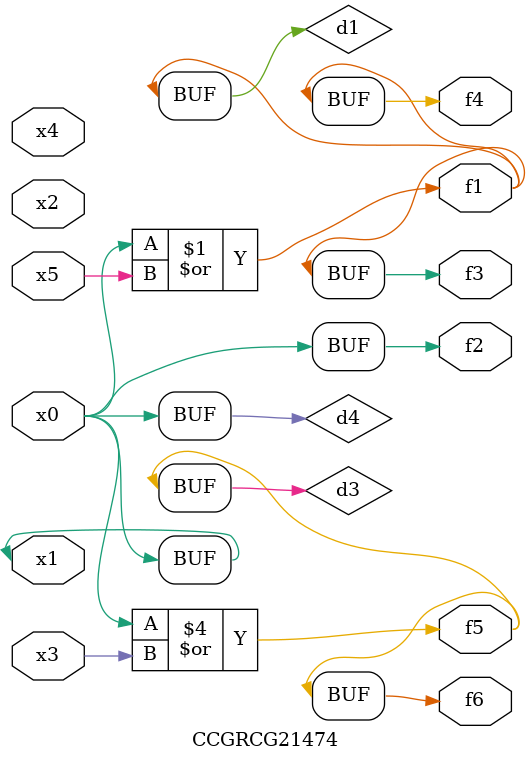
<source format=v>
module CCGRCG21474(
	input x0, x1, x2, x3, x4, x5,
	output f1, f2, f3, f4, f5, f6
);

	wire d1, d2, d3, d4;

	or (d1, x0, x5);
	xnor (d2, x1, x4);
	or (d3, x0, x3);
	buf (d4, x0, x1);
	assign f1 = d1;
	assign f2 = d4;
	assign f3 = d1;
	assign f4 = d1;
	assign f5 = d3;
	assign f6 = d3;
endmodule

</source>
